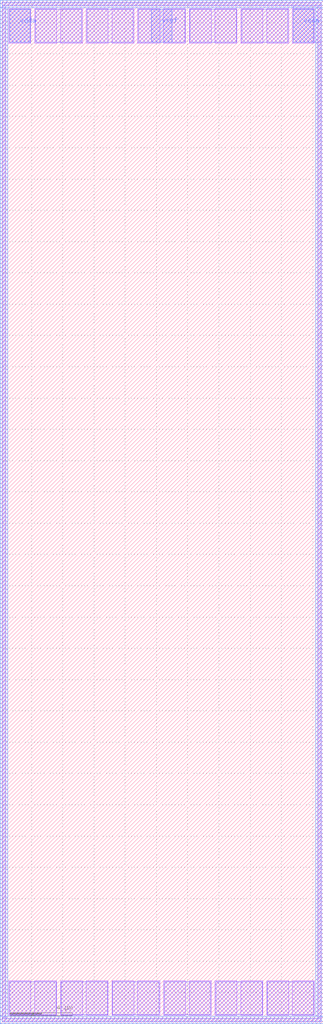
<source format=lef>
VERSION 5.7 ;
  NOWIREEXTENSIONATPIN ON ;
  DIVIDERCHAR "/" ;
  BUSBITCHARS "[]" ;
MACRO res_div
  CLASS BLOCK ;
  FOREIGN res_div ;
  ORIGIN 0.005 0.005 ;
  SIZE 20.680 BY 65.440 ;
  PIN vdda
    DIRECTION INOUT ;
    USE POWER ;
    PORT
      LAYER met2 ;
        RECT 0.605 62.740 1.915 64.845 ;
    END
  END vdda
  PIN vssa
    DIRECTION INOUT ;
    USE GROUND ;
    PORT
      LAYER met2 ;
        RECT 18.755 62.740 20.065 64.845 ;
    END
  END vssa
  PIN vref
    DIRECTION INOUT ;
    PORT
      LAYER met2 ;
        RECT 9.680 62.740 10.990 64.845 ;
    END
  END vref
  OBS
      LAYER pwell ;
        RECT -0.005 64.945 20.675 65.435 ;
        RECT -0.005 0.485 0.485 64.945 ;
        RECT 20.185 0.485 20.675 64.945 ;
        RECT -0.005 -0.005 20.675 0.485 ;
      LAYER li1 ;
        RECT 0.125 65.075 20.545 65.305 ;
        RECT 0.125 0.355 0.355 65.075 ;
        RECT 0.555 62.695 1.965 64.875 ;
        RECT 2.205 62.695 3.615 64.875 ;
        RECT 3.855 62.695 5.265 64.875 ;
        RECT 5.505 62.695 6.915 64.875 ;
        RECT 7.155 62.695 8.565 64.875 ;
        RECT 8.805 62.695 10.215 64.875 ;
        RECT 10.455 62.695 11.865 64.875 ;
        RECT 12.105 62.695 13.515 64.875 ;
        RECT 13.755 62.695 15.165 64.875 ;
        RECT 15.405 62.695 16.815 64.875 ;
        RECT 17.055 62.695 18.465 64.875 ;
        RECT 18.705 62.695 20.115 64.875 ;
        RECT 0.555 0.555 1.965 2.735 ;
        RECT 2.205 0.555 3.615 2.735 ;
        RECT 3.855 0.555 5.265 2.735 ;
        RECT 5.505 0.555 6.915 2.735 ;
        RECT 7.155 0.555 8.565 2.735 ;
        RECT 8.805 0.555 10.215 2.735 ;
        RECT 10.455 0.555 11.865 2.735 ;
        RECT 12.105 0.555 13.515 2.735 ;
        RECT 13.755 0.555 15.165 2.735 ;
        RECT 15.405 0.555 16.815 2.735 ;
        RECT 17.055 0.555 18.465 2.735 ;
        RECT 18.705 0.555 20.115 2.735 ;
        RECT 20.315 0.355 20.545 65.075 ;
        RECT 0.125 0.125 20.545 0.355 ;
      LAYER met1 ;
        RECT 0.125 65.075 20.545 65.305 ;
        RECT 0.125 0.355 0.355 65.075 ;
        RECT 0.605 62.740 1.915 64.845 ;
        RECT 2.255 62.740 5.215 64.845 ;
        RECT 5.555 62.740 8.515 64.845 ;
        RECT 8.855 62.740 11.815 64.845 ;
        RECT 12.155 62.740 15.115 64.845 ;
        RECT 15.455 62.740 18.415 64.845 ;
        RECT 18.755 62.740 20.545 65.075 ;
        RECT 0.605 0.585 3.565 2.690 ;
        RECT 3.905 0.585 6.865 2.690 ;
        RECT 7.205 0.585 10.165 2.690 ;
        RECT 10.505 0.585 13.465 2.690 ;
        RECT 13.805 0.585 16.765 2.690 ;
        RECT 17.105 0.585 20.065 2.690 ;
        RECT 20.315 0.355 20.545 62.740 ;
        RECT 0.125 0.125 20.545 0.355 ;
  END
END res_div
END LIBRARY


</source>
